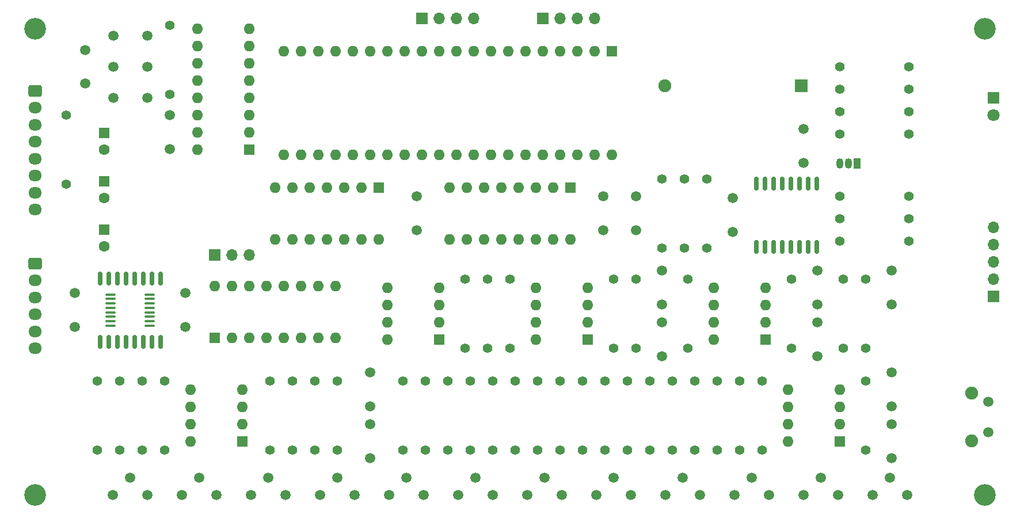
<source format=gbr>
%TF.GenerationSoftware,KiCad,Pcbnew,8.0.0*%
%TF.CreationDate,2024-03-07T09:04:59+08:00*%
%TF.ProjectId,control_board,636f6e74-726f-46c5-9f62-6f6172642e6b,1.0*%
%TF.SameCoordinates,Original*%
%TF.FileFunction,Soldermask,Top*%
%TF.FilePolarity,Negative*%
%FSLAX46Y46*%
G04 Gerber Fmt 4.6, Leading zero omitted, Abs format (unit mm)*
G04 Created by KiCad (PCBNEW 8.0.0) date 2024-03-07 09:04:59*
%MOMM*%
%LPD*%
G01*
G04 APERTURE LIST*
G04 Aperture macros list*
%AMRoundRect*
0 Rectangle with rounded corners*
0 $1 Rounding radius*
0 $2 $3 $4 $5 $6 $7 $8 $9 X,Y pos of 4 corners*
0 Add a 4 corners polygon primitive as box body*
4,1,4,$2,$3,$4,$5,$6,$7,$8,$9,$2,$3,0*
0 Add four circle primitives for the rounded corners*
1,1,$1+$1,$2,$3*
1,1,$1+$1,$4,$5*
1,1,$1+$1,$6,$7*
1,1,$1+$1,$8,$9*
0 Add four rect primitives between the rounded corners*
20,1,$1+$1,$2,$3,$4,$5,0*
20,1,$1+$1,$4,$5,$6,$7,0*
20,1,$1+$1,$6,$7,$8,$9,0*
20,1,$1+$1,$8,$9,$2,$3,0*%
G04 Aperture macros list end*
%ADD10RoundRect,0.150000X0.150000X-0.875000X0.150000X0.875000X-0.150000X0.875000X-0.150000X-0.875000X0*%
%ADD11RoundRect,0.100000X-0.637500X-0.100000X0.637500X-0.100000X0.637500X0.100000X-0.637500X0.100000X0*%
%ADD12C,1.400000*%
%ADD13C,1.500000*%
%ADD14R,1.900000X1.900000*%
%ADD15C,1.900000*%
%ADD16R,1.600000X1.600000*%
%ADD17O,1.600000X1.600000*%
%ADD18C,3.200000*%
%ADD19C,1.600000*%
%ADD20R,1.700000X1.700000*%
%ADD21O,1.700000X1.700000*%
%ADD22RoundRect,0.250000X-0.725000X0.600000X-0.725000X-0.600000X0.725000X-0.600000X0.725000X0.600000X0*%
%ADD23O,1.950000X1.700000*%
%ADD24R,1.050000X1.500000*%
%ADD25O,1.050000X1.500000*%
%ADD26R,1.800000X1.800000*%
%ADD27C,1.800000*%
G04 APERTURE END LIST*
D10*
%TO.C,U5*%
X160655000Y-86692000D03*
X161925000Y-86692000D03*
X163195000Y-86692000D03*
X164465000Y-86692000D03*
X165735000Y-86692000D03*
X167005000Y-86692000D03*
X168275000Y-86692000D03*
X169545000Y-86692000D03*
X169545000Y-77392000D03*
X168275000Y-77392000D03*
X167005000Y-77392000D03*
X165735000Y-77392000D03*
X164465000Y-77392000D03*
X163195000Y-77392000D03*
X161925000Y-77392000D03*
X160655000Y-77392000D03*
%TD*%
D11*
%TO.C,U12*%
X65717500Y-93737000D03*
X65717500Y-94387000D03*
X65717500Y-95037000D03*
X65717500Y-95687000D03*
X65717500Y-96337000D03*
X65717500Y-96987000D03*
X65717500Y-97637000D03*
X65717500Y-98287000D03*
X71442500Y-98287000D03*
X71442500Y-97637000D03*
X71442500Y-96987000D03*
X71442500Y-96337000D03*
X71442500Y-95687000D03*
X71442500Y-95037000D03*
X71442500Y-94387000D03*
X71442500Y-93737000D03*
%TD*%
D10*
%TO.C,U13*%
X64135000Y-100662000D03*
X65405000Y-100662000D03*
X66675000Y-100662000D03*
X67945000Y-100662000D03*
X69215000Y-100662000D03*
X70485000Y-100662000D03*
X71755000Y-100662000D03*
X73025000Y-100662000D03*
X73025000Y-91362000D03*
X71755000Y-91362000D03*
X70485000Y-91362000D03*
X69215000Y-91362000D03*
X67945000Y-91362000D03*
X66675000Y-91362000D03*
X65405000Y-91362000D03*
X64135000Y-91362000D03*
%TD*%
D12*
%TO.C,R5*%
X183134000Y-85852000D03*
X172974000Y-85852000D03*
%TD*%
D13*
%TO.C,RV1*%
X106680000Y-123190000D03*
X109220000Y-120650000D03*
X111760000Y-123190000D03*
%TD*%
D12*
%TO.C,R26*%
X118618000Y-106426000D03*
X118618000Y-116586000D03*
%TD*%
D14*
%TO.C,BT1*%
X167240000Y-62992000D03*
D15*
X147240000Y-62992000D03*
%TD*%
D12*
%TO.C,R17*%
X131826000Y-116586000D03*
X131826000Y-106426000D03*
%TD*%
%TO.C,R15*%
X173482000Y-101600000D03*
X173482000Y-91440000D03*
%TD*%
%TO.C,R22*%
X151638000Y-116586000D03*
X151638000Y-106426000D03*
%TD*%
%TO.C,R30*%
X141732000Y-116586000D03*
X141732000Y-106426000D03*
%TD*%
D13*
%TO.C,RV5*%
X177800000Y-123190000D03*
X180340000Y-120650000D03*
X182880000Y-123190000D03*
%TD*%
D16*
%TO.C,U9*%
X135880000Y-100320000D03*
D17*
X135880000Y-97780000D03*
X135880000Y-95240000D03*
X135880000Y-92700000D03*
X128260000Y-92700000D03*
X128260000Y-95240000D03*
X128260000Y-97780000D03*
X128260000Y-100320000D03*
%TD*%
D13*
%TO.C,C12*%
X146812000Y-90210000D03*
X146812000Y-95210000D03*
%TD*%
%TO.C,C10*%
X169672000Y-97830000D03*
X169672000Y-102830000D03*
%TD*%
D12*
%TO.C,R47*%
X95758000Y-106426000D03*
X95758000Y-116586000D03*
%TD*%
D13*
%TO.C,C5*%
X110744000Y-84288000D03*
X110744000Y-79288000D03*
%TD*%
%TO.C,C18*%
X103886000Y-117816005D03*
X103886000Y-112816005D03*
%TD*%
%TO.C,C16*%
X103886000Y-110196005D03*
X103886000Y-105196005D03*
%TD*%
%TO.C,C19*%
X60452000Y-98512000D03*
X60452000Y-93512000D03*
%TD*%
D12*
%TO.C,R58*%
X172974000Y-70104000D03*
X183134000Y-70104000D03*
%TD*%
%TO.C,R28*%
X150622000Y-91440000D03*
X150622000Y-101600000D03*
%TD*%
D13*
%TO.C,C3*%
X143002000Y-84288000D03*
X143002000Y-79288000D03*
%TD*%
D12*
%TO.C,R43*%
X92456000Y-116586000D03*
X92456000Y-106426000D03*
%TD*%
D13*
%TO.C,C17*%
X180594000Y-105196000D03*
X180594000Y-110196000D03*
%TD*%
D12*
%TO.C,R49*%
X67056000Y-116586000D03*
X67056000Y-106426000D03*
%TD*%
D18*
%TO.C,H2*%
X194310000Y-54610000D03*
%TD*%
D13*
%TO.C,RV7*%
X147320000Y-123190000D03*
X149860000Y-120650000D03*
X152400000Y-123190000D03*
%TD*%
D16*
%TO.C,C25*%
X64770000Y-84161621D03*
D19*
X64770000Y-86661621D03*
%TD*%
D16*
%TO.C,U1*%
X86096000Y-72400000D03*
D17*
X86096000Y-69860000D03*
X86096000Y-67320000D03*
X86096000Y-64780000D03*
X86096000Y-62240000D03*
X86096000Y-59700000D03*
X86096000Y-57160000D03*
X86096000Y-54620000D03*
X78476000Y-54620000D03*
X78476000Y-57160000D03*
X78476000Y-59700000D03*
X78476000Y-62240000D03*
X78476000Y-64780000D03*
X78476000Y-67320000D03*
X78476000Y-69860000D03*
X78476000Y-72400000D03*
%TD*%
D12*
%TO.C,R34*%
X158242000Y-106426000D03*
X158242000Y-116586000D03*
%TD*%
D20*
%TO.C,J1*%
X111506000Y-53086000D03*
D21*
X114046000Y-53086000D03*
X116586000Y-53086000D03*
X119126000Y-53086000D03*
%TD*%
D12*
%TO.C,R25*%
X125222000Y-116586000D03*
X125222000Y-106426000D03*
%TD*%
%TO.C,R36*%
X145034000Y-106426000D03*
X145034000Y-116586000D03*
%TD*%
D16*
%TO.C,U4*%
X105161000Y-77988000D03*
D17*
X102621000Y-77988000D03*
X100081000Y-77988000D03*
X97541000Y-77988000D03*
X95001000Y-77988000D03*
X92461000Y-77988000D03*
X89921000Y-77988000D03*
X89921000Y-85608000D03*
X92461000Y-85608000D03*
X95001000Y-85608000D03*
X97541000Y-85608000D03*
X100081000Y-85608000D03*
X102621000Y-85608000D03*
X105161000Y-85608000D03*
%TD*%
D21*
%TO.C,J2*%
X136906000Y-53086000D03*
X134366000Y-53086000D03*
X131826000Y-53086000D03*
D20*
X129286000Y-53086000D03*
%TD*%
D13*
%TO.C,C15*%
X146812000Y-97830000D03*
X146812000Y-102830000D03*
%TD*%
%TO.C,C8*%
X157226000Y-84542000D03*
X157226000Y-79542000D03*
%TD*%
D12*
%TO.C,R1*%
X74422000Y-64262000D03*
X74422000Y-54102000D03*
%TD*%
D13*
%TO.C,C7*%
X66080000Y-55626000D03*
X71080000Y-55626000D03*
%TD*%
D20*
%TO.C,JP1*%
X81026000Y-87884000D03*
D21*
X83566000Y-87884000D03*
X86106000Y-87884000D03*
%TD*%
D12*
%TO.C,R53*%
X70358000Y-106426000D03*
X70358000Y-116586000D03*
%TD*%
D16*
%TO.C,U7*%
X172964000Y-115306000D03*
D17*
X172964000Y-112766000D03*
X172964000Y-110226000D03*
X172964000Y-107686000D03*
X165344000Y-107686000D03*
X165344000Y-110226000D03*
X165344000Y-112766000D03*
X165344000Y-115306000D03*
%TD*%
D16*
%TO.C,U6*%
X162042000Y-100320000D03*
D17*
X162042000Y-97780000D03*
X162042000Y-95240000D03*
X162042000Y-92700000D03*
X154422000Y-92700000D03*
X154422000Y-95240000D03*
X154422000Y-97780000D03*
X154422000Y-100320000D03*
%TD*%
D12*
%TO.C,R50*%
X63754000Y-116586000D03*
X63754000Y-106426000D03*
%TD*%
%TO.C,R46*%
X99060000Y-106426000D03*
X99060000Y-116586000D03*
%TD*%
D13*
%TO.C,C6*%
X66080000Y-64770000D03*
X71080000Y-64770000D03*
%TD*%
D12*
%TO.C,R8*%
X176784000Y-91440000D03*
X176784000Y-101600000D03*
%TD*%
%TO.C,R23*%
X176784000Y-116586000D03*
X176784000Y-106426000D03*
%TD*%
D13*
%TO.C,RV8*%
X157480000Y-123190000D03*
X160020000Y-120650000D03*
X162560000Y-123190000D03*
%TD*%
D16*
%TO.C,U3*%
X139441000Y-57907000D03*
D17*
X136901000Y-57907000D03*
X134361000Y-57907000D03*
X131821000Y-57907000D03*
X129281000Y-57907000D03*
X126741000Y-57907000D03*
X124201000Y-57907000D03*
X121661000Y-57907000D03*
X119121000Y-57907000D03*
X116581000Y-57907000D03*
X114041000Y-57907000D03*
X111501000Y-57907000D03*
X108961000Y-57907000D03*
X106421000Y-57907000D03*
X103881000Y-57907000D03*
X101341000Y-57907000D03*
X98801000Y-57907000D03*
X96261000Y-57907000D03*
X93721000Y-57907000D03*
X91181000Y-57907000D03*
X91181000Y-73147000D03*
X93721000Y-73147000D03*
X96261000Y-73147000D03*
X98801000Y-73147000D03*
X101341000Y-73147000D03*
X103881000Y-73147000D03*
X106421000Y-73147000D03*
X108961000Y-73147000D03*
X111501000Y-73147000D03*
X114041000Y-73147000D03*
X116581000Y-73147000D03*
X119121000Y-73147000D03*
X121661000Y-73147000D03*
X124201000Y-73147000D03*
X126741000Y-73147000D03*
X129281000Y-73147000D03*
X131821000Y-73147000D03*
X134361000Y-73147000D03*
X136901000Y-73147000D03*
X139441000Y-73147000D03*
%TD*%
D13*
%TO.C,C11*%
X169672000Y-95210000D03*
X169672000Y-90210000D03*
%TD*%
D12*
%TO.C,R6*%
X59182000Y-67310000D03*
X59182000Y-77470000D03*
%TD*%
%TO.C,R20*%
X121158000Y-101600000D03*
X121158000Y-91440000D03*
%TD*%
%TO.C,R39*%
X139700000Y-91440000D03*
X139700000Y-101600000D03*
%TD*%
D22*
%TO.C,J6*%
X54610000Y-89154000D03*
D23*
X54610000Y-91654000D03*
X54610000Y-94154000D03*
X54610000Y-96654000D03*
X54610000Y-99154000D03*
X54610000Y-101654000D03*
%TD*%
D13*
%TO.C,C20*%
X167640000Y-69382000D03*
X167640000Y-74382000D03*
%TD*%
D16*
%TO.C,C23*%
X64770000Y-69937621D03*
D19*
X64770000Y-72437621D03*
%TD*%
D16*
%TO.C,U11*%
X85080000Y-115306000D03*
D17*
X85080000Y-112766000D03*
X85080000Y-110226000D03*
X85080000Y-107686000D03*
X77460000Y-107686000D03*
X77460000Y-110226000D03*
X77460000Y-112766000D03*
X77460000Y-115306000D03*
%TD*%
D12*
%TO.C,R7*%
X183134000Y-79248000D03*
X172974000Y-79248000D03*
%TD*%
%TO.C,R56*%
X172974000Y-63500000D03*
X183134000Y-63500000D03*
%TD*%
D16*
%TO.C,U2*%
X133360000Y-77988000D03*
D17*
X130820000Y-77988000D03*
X128280000Y-77988000D03*
X125740000Y-77988000D03*
X123200000Y-77988000D03*
X120660000Y-77988000D03*
X118120000Y-77988000D03*
X115580000Y-77988000D03*
X115580000Y-85608000D03*
X118120000Y-85608000D03*
X120660000Y-85608000D03*
X123200000Y-85608000D03*
X125740000Y-85608000D03*
X128280000Y-85608000D03*
X130820000Y-85608000D03*
X133360000Y-85608000D03*
%TD*%
D18*
%TO.C,H1*%
X54610000Y-54610000D03*
%TD*%
D13*
%TO.C,C9*%
X180594000Y-90210000D03*
X180594000Y-95210000D03*
%TD*%
D12*
%TO.C,R57*%
X172974000Y-66802000D03*
X183134000Y-66802000D03*
%TD*%
%TO.C,R3*%
X146812000Y-76708000D03*
X146812000Y-86868000D03*
%TD*%
D13*
%TO.C,RV3*%
X167640000Y-123190000D03*
X170180000Y-120650000D03*
X172720000Y-123190000D03*
%TD*%
D12*
%TO.C,R55*%
X153416000Y-76708000D03*
X153416000Y-86868000D03*
%TD*%
%TO.C,R14*%
X112014000Y-106426000D03*
X112014000Y-116586000D03*
%TD*%
%TO.C,R32*%
X138430000Y-106426000D03*
X138430000Y-116586000D03*
%TD*%
%TO.C,R12*%
X121920000Y-116586000D03*
X121920000Y-106426000D03*
%TD*%
%TO.C,R35*%
X154940000Y-116586000D03*
X154940000Y-106426000D03*
%TD*%
D13*
%TO.C,C4*%
X71080000Y-60198000D03*
X66080000Y-60198000D03*
%TD*%
D20*
%TO.C,J4*%
X195580000Y-93980000D03*
D21*
X195580000Y-91440000D03*
X195580000Y-88900000D03*
X195580000Y-86360000D03*
X195580000Y-83820000D03*
%TD*%
D12*
%TO.C,R10*%
X165862000Y-91440000D03*
X165862000Y-101600000D03*
%TD*%
D18*
%TO.C,H3*%
X54610000Y-123190000D03*
%TD*%
D12*
%TO.C,R16*%
X115316000Y-116586000D03*
X115316000Y-106426000D03*
%TD*%
%TO.C,R4*%
X172974000Y-82550000D03*
X183134000Y-82550000D03*
%TD*%
D13*
%TO.C,C13*%
X180594000Y-117816000D03*
X180594000Y-112816000D03*
%TD*%
%TO.C,RV12*%
X76200000Y-123190000D03*
X78740000Y-120650000D03*
X81280000Y-123190000D03*
%TD*%
D18*
%TO.C,H4*%
X194310000Y-123190000D03*
%TD*%
D24*
%TO.C,Q1*%
X175514000Y-74422000D03*
D25*
X174244000Y-74422000D03*
X172974000Y-74422000D03*
%TD*%
D12*
%TO.C,R19*%
X128524000Y-106426000D03*
X128524000Y-116586000D03*
%TD*%
D13*
%TO.C,RV11*%
X66040000Y-123190000D03*
X68580000Y-120650000D03*
X71120000Y-123190000D03*
%TD*%
D12*
%TO.C,R21*%
X148336000Y-106426000D03*
X148336000Y-116586000D03*
%TD*%
%TO.C,R45*%
X89154000Y-116586000D03*
X89154000Y-106426000D03*
%TD*%
D13*
%TO.C,RV6*%
X137160000Y-123190000D03*
X139700000Y-120650000D03*
X142240000Y-123190000D03*
%TD*%
D12*
%TO.C,R52*%
X73660000Y-106426000D03*
X73660000Y-116586000D03*
%TD*%
D16*
%TO.C,U8*%
X114036000Y-100320000D03*
D17*
X114036000Y-97780000D03*
X114036000Y-95240000D03*
X114036000Y-92700000D03*
X106416000Y-92700000D03*
X106416000Y-95240000D03*
X106416000Y-97780000D03*
X106416000Y-100320000D03*
%TD*%
D16*
%TO.C,U10*%
X81016000Y-100066000D03*
D17*
X83556000Y-100066000D03*
X86096000Y-100066000D03*
X88636000Y-100066000D03*
X91176000Y-100066000D03*
X93716000Y-100066000D03*
X96256000Y-100066000D03*
X98796000Y-100066000D03*
X98796000Y-92446000D03*
X96256000Y-92446000D03*
X93716000Y-92446000D03*
X91176000Y-92446000D03*
X88636000Y-92446000D03*
X86096000Y-92446000D03*
X83556000Y-92446000D03*
X81016000Y-92446000D03*
%TD*%
D13*
%TO.C,C1*%
X74422000Y-72350000D03*
X74422000Y-67350000D03*
%TD*%
%TO.C,RV4*%
X127000000Y-123190000D03*
X129540000Y-120650000D03*
X132080000Y-123190000D03*
%TD*%
D12*
%TO.C,R59*%
X183134000Y-60198000D03*
X172974000Y-60198000D03*
%TD*%
D13*
%TO.C,RV9*%
X86360000Y-123190000D03*
X88900000Y-120650000D03*
X91440000Y-123190000D03*
%TD*%
D22*
%TO.C,J8*%
X54610000Y-63754000D03*
D23*
X54610000Y-66254000D03*
X54610000Y-68754000D03*
X54610000Y-71254000D03*
X54610000Y-73754000D03*
X54610000Y-76254000D03*
X54610000Y-78754000D03*
X54610000Y-81254000D03*
%TD*%
D13*
%TO.C,Y1*%
X61976000Y-62648000D03*
X61976000Y-57768000D03*
%TD*%
D15*
%TO.C,SW1*%
X192318000Y-115260000D03*
X192318000Y-108260000D03*
D13*
X194818000Y-114010000D03*
X194818000Y-109510000D03*
%TD*%
D26*
%TO.C,D1*%
X195580000Y-64765000D03*
D27*
X195580000Y-67305000D03*
%TD*%
D12*
%TO.C,R38*%
X135128000Y-116586000D03*
X135128000Y-106426000D03*
%TD*%
%TO.C,R41*%
X161544000Y-106426000D03*
X161544000Y-116586000D03*
%TD*%
D13*
%TO.C,RV2*%
X116840000Y-123190000D03*
X119380000Y-120650000D03*
X121920000Y-123190000D03*
%TD*%
D16*
%TO.C,C24*%
X64770000Y-77049621D03*
D19*
X64770000Y-79549621D03*
%TD*%
D13*
%TO.C,RV10*%
X96520000Y-123190000D03*
X99060000Y-120650000D03*
X101600000Y-123190000D03*
%TD*%
D12*
%TO.C,R33*%
X124460000Y-101600000D03*
X124460000Y-91440000D03*
%TD*%
%TO.C,R2*%
X150114000Y-76708000D03*
X150114000Y-86868000D03*
%TD*%
%TO.C,R11*%
X108712000Y-106426000D03*
X108712000Y-116586000D03*
%TD*%
%TO.C,R42*%
X143002000Y-91440000D03*
X143002000Y-101600000D03*
%TD*%
D13*
%TO.C,C14*%
X76708000Y-93512000D03*
X76708000Y-98512000D03*
%TD*%
D12*
%TO.C,R29*%
X117856000Y-91440000D03*
X117856000Y-101600000D03*
%TD*%
D13*
%TO.C,C2*%
X138176000Y-84288000D03*
X138176000Y-79288000D03*
%TD*%
M02*

</source>
